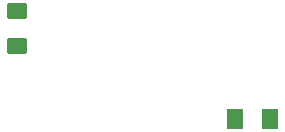
<source format=gbr>
%TF.GenerationSoftware,KiCad,Pcbnew,7.0.5*%
%TF.CreationDate,2024-01-18T17:38:35-05:00*%
%TF.ProjectId,CONN,434f4e4e-2e6b-4696-9361-645f70636258,rev?*%
%TF.SameCoordinates,Original*%
%TF.FileFunction,Paste,Top*%
%TF.FilePolarity,Positive*%
%FSLAX46Y46*%
G04 Gerber Fmt 4.6, Leading zero omitted, Abs format (unit mm)*
G04 Created by KiCad (PCBNEW 7.0.5) date 2024-01-18 17:38:35*
%MOMM*%
%LPD*%
G01*
G04 APERTURE LIST*
G04 Aperture macros list*
%AMRoundRect*
0 Rectangle with rounded corners*
0 $1 Rounding radius*
0 $2 $3 $4 $5 $6 $7 $8 $9 X,Y pos of 4 corners*
0 Add a 4 corners polygon primitive as box body*
4,1,4,$2,$3,$4,$5,$6,$7,$8,$9,$2,$3,0*
0 Add four circle primitives for the rounded corners*
1,1,$1+$1,$2,$3*
1,1,$1+$1,$4,$5*
1,1,$1+$1,$6,$7*
1,1,$1+$1,$8,$9*
0 Add four rect primitives between the rounded corners*
20,1,$1+$1,$2,$3,$4,$5,0*
20,1,$1+$1,$4,$5,$6,$7,0*
20,1,$1+$1,$6,$7,$8,$9,0*
20,1,$1+$1,$8,$9,$2,$3,0*%
G04 Aperture macros list end*
%ADD10RoundRect,0.250001X0.624999X-0.462499X0.624999X0.462499X-0.624999X0.462499X-0.624999X-0.462499X0*%
%ADD11RoundRect,0.250001X0.462499X0.624999X-0.462499X0.624999X-0.462499X-0.624999X0.462499X-0.624999X0*%
G04 APERTURE END LIST*
D10*
%TO.C,D2*%
X143160000Y-95748621D03*
X143160000Y-92773621D03*
%TD*%
D11*
%TO.C,D1*%
X164597500Y-101848621D03*
X161622500Y-101848621D03*
%TD*%
M02*

</source>
